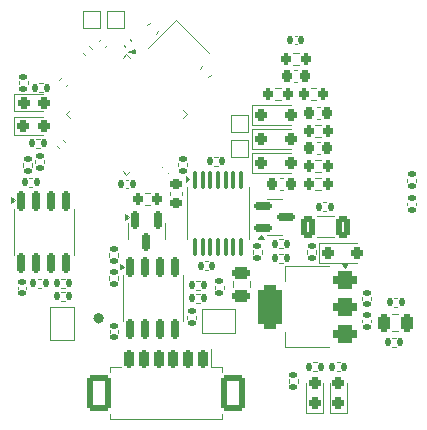
<source format=gbr>
%TF.GenerationSoftware,KiCad,Pcbnew,7.0.11*%
%TF.CreationDate,2024-11-13T01:21:52+09:00*%
%TF.ProjectId,Control,436f6e74-726f-46c2-9e6b-696361645f70,rev?*%
%TF.SameCoordinates,Original*%
%TF.FileFunction,Legend,Bot*%
%TF.FilePolarity,Positive*%
%FSLAX46Y46*%
G04 Gerber Fmt 4.6, Leading zero omitted, Abs format (unit mm)*
G04 Created by KiCad (PCBNEW 7.0.11) date 2024-11-13 01:21:52*
%MOMM*%
%LPD*%
G01*
G04 APERTURE LIST*
G04 Aperture macros list*
%AMRoundRect*
0 Rectangle with rounded corners*
0 $1 Rounding radius*
0 $2 $3 $4 $5 $6 $7 $8 $9 X,Y pos of 4 corners*
0 Add a 4 corners polygon primitive as box body*
4,1,4,$2,$3,$4,$5,$6,$7,$8,$9,$2,$3,0*
0 Add four circle primitives for the rounded corners*
1,1,$1+$1,$2,$3*
1,1,$1+$1,$4,$5*
1,1,$1+$1,$6,$7*
1,1,$1+$1,$8,$9*
0 Add four rect primitives between the rounded corners*
20,1,$1+$1,$2,$3,$4,$5,0*
20,1,$1+$1,$4,$5,$6,$7,0*
20,1,$1+$1,$6,$7,$8,$9,0*
20,1,$1+$1,$8,$9,$2,$3,0*%
%AMRotRect*
0 Rectangle, with rotation*
0 The origin of the aperture is its center*
0 $1 length*
0 $2 width*
0 $3 Rotation angle, in degrees counterclockwise*
0 Add horizontal line*
21,1,$1,$2,0,0,$3*%
%AMFreePoly0*
4,1,6,1.000000,0.000000,0.500000,-0.750000,-0.500000,-0.750000,-0.500000,0.750000,0.500000,0.750000,1.000000,0.000000,1.000000,0.000000,$1*%
%AMFreePoly1*
4,1,6,0.500000,-0.750000,-0.650000,-0.750000,-0.150000,0.000000,-0.650000,0.750000,0.500000,0.750000,0.500000,-0.750000,0.500000,-0.750000,$1*%
G04 Aperture macros list end*
%ADD10C,0.508000*%
%ADD11C,0.120000*%
%ADD12R,1.000000X1.000000*%
%ADD13C,1.000000*%
%ADD14C,1.750000*%
%ADD15C,2.100000*%
%ADD16O,1.000000X1.000000*%
%ADD17RoundRect,0.135000X-0.135000X-0.185000X0.135000X-0.185000X0.135000X0.185000X-0.135000X0.185000X0*%
%ADD18RoundRect,0.200000X0.200000X0.275000X-0.200000X0.275000X-0.200000X-0.275000X0.200000X-0.275000X0*%
%ADD19RoundRect,0.100000X-0.100000X0.637500X-0.100000X-0.637500X0.100000X-0.637500X0.100000X0.637500X0*%
%ADD20RoundRect,0.150000X-0.587500X-0.150000X0.587500X-0.150000X0.587500X0.150000X-0.587500X0.150000X0*%
%ADD21RoundRect,0.135000X-0.185000X0.135000X-0.185000X-0.135000X0.185000X-0.135000X0.185000X0.135000X0*%
%ADD22RoundRect,0.200000X-0.200000X-0.275000X0.200000X-0.275000X0.200000X0.275000X-0.200000X0.275000X0*%
%ADD23RoundRect,0.225000X0.017678X-0.335876X0.335876X-0.017678X-0.017678X0.335876X-0.335876X0.017678X0*%
%ADD24RoundRect,0.140000X-0.140000X-0.170000X0.140000X-0.170000X0.140000X0.170000X-0.140000X0.170000X0*%
%ADD25RoundRect,0.135000X0.185000X-0.135000X0.185000X0.135000X-0.185000X0.135000X-0.185000X-0.135000X0*%
%ADD26RoundRect,0.250000X-0.250000X-0.250000X0.250000X-0.250000X0.250000X0.250000X-0.250000X0.250000X0*%
%ADD27FreePoly0,90.000000*%
%ADD28FreePoly1,90.000000*%
%ADD29RoundRect,0.140000X-0.021213X0.219203X-0.219203X0.021213X0.021213X-0.219203X0.219203X-0.021213X0*%
%ADD30RoundRect,0.140000X-0.170000X0.140000X-0.170000X-0.140000X0.170000X-0.140000X0.170000X0.140000X0*%
%ADD31RoundRect,0.075000X0.415425X0.521491X-0.521491X-0.415425X-0.415425X-0.521491X0.521491X0.415425X0*%
%ADD32RoundRect,0.075000X-0.415425X0.521491X-0.521491X0.415425X0.415425X-0.521491X0.521491X-0.415425X0*%
%ADD33RoundRect,0.140000X0.170000X-0.140000X0.170000X0.140000X-0.170000X0.140000X-0.170000X-0.140000X0*%
%ADD34RoundRect,0.237500X-0.287500X-0.237500X0.287500X-0.237500X0.287500X0.237500X-0.287500X0.237500X0*%
%ADD35RoundRect,0.375000X0.625000X0.375000X-0.625000X0.375000X-0.625000X-0.375000X0.625000X-0.375000X0*%
%ADD36RoundRect,0.500000X0.500000X1.400000X-0.500000X1.400000X-0.500000X-1.400000X0.500000X-1.400000X0*%
%ADD37RoundRect,0.250000X-0.325000X-0.650000X0.325000X-0.650000X0.325000X0.650000X-0.325000X0.650000X0*%
%ADD38RoundRect,0.225000X0.225000X0.250000X-0.225000X0.250000X-0.225000X-0.250000X0.225000X-0.250000X0*%
%ADD39RoundRect,0.135000X0.135000X0.185000X-0.135000X0.185000X-0.135000X-0.185000X0.135000X-0.185000X0*%
%ADD40RoundRect,0.140000X0.140000X0.170000X-0.140000X0.170000X-0.140000X-0.170000X0.140000X-0.170000X0*%
%ADD41RoundRect,0.250000X-0.250000X-0.475000X0.250000X-0.475000X0.250000X0.475000X-0.250000X0.475000X0*%
%ADD42RoundRect,0.250000X0.475000X-0.250000X0.475000X0.250000X-0.475000X0.250000X-0.475000X-0.250000X0*%
%ADD43RoundRect,0.225000X-0.225000X-0.250000X0.225000X-0.250000X0.225000X0.250000X-0.225000X0.250000X0*%
%ADD44RoundRect,0.150000X-0.150000X0.587500X-0.150000X-0.587500X0.150000X-0.587500X0.150000X0.587500X0*%
%ADD45FreePoly0,0.000000*%
%ADD46FreePoly1,0.000000*%
%ADD47RoundRect,0.140000X-0.219203X-0.021213X-0.021213X-0.219203X0.219203X0.021213X0.021213X0.219203X0*%
%ADD48RoundRect,0.135000X0.226274X0.035355X0.035355X0.226274X-0.226274X-0.035355X-0.035355X-0.226274X0*%
%ADD49RoundRect,0.140000X0.219203X0.021213X0.021213X0.219203X-0.219203X-0.021213X-0.021213X-0.219203X0*%
%ADD50RoundRect,0.135000X-0.035355X0.226274X-0.226274X0.035355X0.035355X-0.226274X0.226274X-0.035355X0*%
%ADD51RotRect,1.400000X1.200000X315.000000*%
%ADD52RoundRect,0.150000X-0.150000X0.675000X-0.150000X-0.675000X0.150000X-0.675000X0.150000X0.675000X0*%
%ADD53RoundRect,0.140000X0.021213X-0.219203X0.219203X-0.021213X-0.021213X0.219203X-0.219203X0.021213X0*%
%ADD54RoundRect,0.225000X-0.250000X0.225000X-0.250000X-0.225000X0.250000X-0.225000X0.250000X0.225000X0*%
%ADD55RoundRect,0.237500X0.237500X-0.287500X0.237500X0.287500X-0.237500X0.287500X-0.237500X-0.287500X0*%
%ADD56RoundRect,0.225000X-0.017678X0.335876X-0.335876X0.017678X0.017678X-0.335876X0.335876X-0.017678X0*%
%ADD57RoundRect,0.200000X0.200000X0.600000X-0.200000X0.600000X-0.200000X-0.600000X0.200000X-0.600000X0*%
%ADD58RoundRect,0.250001X0.799999X1.249999X-0.799999X1.249999X-0.799999X-1.249999X0.799999X-1.249999X0*%
G04 APERTURE END LIST*
D10*
%TO.C,J1*%
X7600000Y-26374000D02*
G75*
G03*
X7200000Y-26374000I-200000J0D01*
G01*
X7200000Y-26374000D02*
G75*
G03*
X7600000Y-26374000I200000J0D01*
G01*
D11*
%TO.C,R11*%
X22694640Y-20915901D02*
X23001922Y-20915901D01*
X22694640Y-21675901D02*
X23001922Y-21675901D01*
%TO.C,R17*%
X25837258Y-7922500D02*
X25362742Y-7922500D01*
X25837258Y-6877500D02*
X25362742Y-6877500D01*
%TO.C,U5*%
X20110000Y-17500000D02*
X20110000Y-15300000D01*
X20110000Y-17500000D02*
X20110000Y-19700000D01*
X14890000Y-17500000D02*
X14890000Y-15300000D01*
X14890000Y-17500000D02*
X14890000Y-19700000D01*
X15090000Y-14600000D02*
X14760000Y-14840000D01*
X14760000Y-14360000D01*
X15090000Y-14600000D01*
G36*
X15090000Y-14600000D02*
G01*
X14760000Y-14840000D01*
X14760000Y-14360000D01*
X15090000Y-14600000D01*
G37*
%TO.C,R26*%
X4246359Y-23020000D02*
X4553641Y-23020000D01*
X4246359Y-23780000D02*
X4553641Y-23780000D01*
%TO.C,Q1*%
X22300000Y-16240000D02*
X21650000Y-16240000D01*
X22300000Y-16240000D02*
X22950000Y-16240000D01*
X22300000Y-19360000D02*
X21650000Y-19360000D01*
X22300000Y-19360000D02*
X22950000Y-19360000D01*
X21377500Y-19640000D02*
X20897500Y-19640000D01*
X21137500Y-19310000D01*
X21377500Y-19640000D01*
G36*
X21377500Y-19640000D02*
G01*
X20897500Y-19640000D01*
X21137500Y-19310000D01*
X21377500Y-19640000D01*
G37*
%TO.C,R7*%
X1773586Y-13250400D02*
X1773586Y-13557682D01*
X1013586Y-13250400D02*
X1013586Y-13557682D01*
%TO.C,R19*%
X23862742Y-3877500D02*
X24337258Y-3877500D01*
X23862742Y-4922500D02*
X24337258Y-4922500D01*
%TO.C,R32*%
X17167115Y-12716080D02*
X17474397Y-12716080D01*
X17167115Y-13476080D02*
X17474397Y-13476080D01*
%TO.C,C3*%
X11529970Y-1568781D02*
X11728781Y-1369970D01*
X12251219Y-2290030D02*
X12450030Y-2091219D01*
%TO.C,C24*%
X16446583Y-21549773D02*
X16662255Y-21549773D01*
X16446583Y-22269773D02*
X16662255Y-22269773D01*
%TO.C,R34*%
X26237258Y-15522500D02*
X25762742Y-15522500D01*
X26237258Y-14477500D02*
X25762742Y-14477500D01*
%TO.C,R27*%
X14920000Y-26453641D02*
X14920000Y-26146359D01*
X15680000Y-26453641D02*
X15680000Y-26146359D01*
%TO.C,D11*%
X20390000Y-8350000D02*
X23650000Y-8350000D01*
X20390000Y-10050000D02*
X20390000Y-8350000D01*
X20390000Y-10050000D02*
X23650000Y-10050000D01*
%TO.C,JP1*%
X3289354Y-28188346D02*
X5289354Y-28188346D01*
X5289354Y-28188346D02*
X5289354Y-25388346D01*
X3289354Y-25388346D02*
X3289354Y-28188346D01*
X5289354Y-25388346D02*
X3289354Y-25388346D01*
%TO.C,C2*%
X8118133Y-3224779D02*
X7965630Y-3377282D01*
X7609016Y-2715662D02*
X7456513Y-2868165D01*
%TO.C,C19*%
X9060000Y-27392164D02*
X9060000Y-27607836D01*
X8340000Y-27392164D02*
X8340000Y-27607836D01*
%TO.C,U1*%
X14855311Y-9100000D02*
X14537113Y-8781802D01*
X9750000Y-3994689D02*
X10068198Y-4312887D01*
X14537113Y-9418198D02*
X14855311Y-9100000D01*
X9431802Y-4312887D02*
X9750000Y-3994689D01*
X10068198Y-13887113D02*
X9750000Y-14205311D01*
X4962887Y-8781802D02*
X4644689Y-9100000D01*
X9750000Y-14205311D02*
X9431802Y-13887113D01*
X4644689Y-9100000D02*
X4962887Y-9418198D01*
X10485391Y-3895694D02*
X9912635Y-3803770D01*
X10393467Y-3322938D01*
X10485391Y-3895694D01*
G36*
X10485391Y-3895694D02*
G01*
X9912635Y-3803770D01*
X10393467Y-3322938D01*
X10485391Y-3895694D01*
G37*
%TO.C,C12*%
X29740000Y-26707836D02*
X29740000Y-26492164D01*
X30460000Y-26707836D02*
X30460000Y-26492164D01*
%TO.C,D2*%
X259160Y-7379527D02*
X2719160Y-7379527D01*
X259160Y-8849527D02*
X259160Y-7379527D01*
X2719160Y-8849527D02*
X259160Y-8849527D01*
%TO.C,U2*%
X26950000Y-28810000D02*
X23190000Y-28810000D01*
X26950000Y-21990000D02*
X23190000Y-21990000D01*
X23190000Y-28810000D02*
X23190000Y-27550000D01*
X23190000Y-21990000D02*
X23190000Y-23250000D01*
X28230000Y-22090000D02*
X27990000Y-21760000D01*
X28470000Y-21760000D01*
X28230000Y-22090000D01*
G36*
X28230000Y-22090000D02*
G01*
X27990000Y-21760000D01*
X28470000Y-21760000D01*
X28230000Y-22090000D01*
G37*
%TO.C,C15*%
X25871731Y-17717613D02*
X27294235Y-17717613D01*
X25871731Y-19537613D02*
X27294235Y-19537613D01*
%TO.C,R16*%
X17255403Y-23910878D02*
X17255403Y-23603596D01*
X18015403Y-23910878D02*
X18015403Y-23603596D01*
%TO.C,C23*%
X23040580Y-15510000D02*
X22759420Y-15510000D01*
X23040580Y-14490000D02*
X22759420Y-14490000D01*
%TO.C,R12*%
X22984029Y-20443608D02*
X22676747Y-20443608D01*
X22984029Y-19683608D02*
X22676747Y-19683608D01*
%TO.C,R30*%
X15953641Y-25080000D02*
X15646359Y-25080000D01*
X15953641Y-24320000D02*
X15646359Y-24320000D01*
%TO.C,C7*%
X9919395Y-15377962D02*
X9703723Y-15377962D01*
X9919395Y-14657962D02*
X9703723Y-14657962D01*
%TO.C,D10*%
X20390000Y-10350000D02*
X23650000Y-10350000D01*
X20390000Y-12050000D02*
X20390000Y-10350000D01*
X20390000Y-12050000D02*
X23650000Y-12050000D01*
%TO.C,R28*%
X15646359Y-23220000D02*
X15953641Y-23220000D01*
X15646359Y-23980000D02*
X15953641Y-23980000D01*
%TO.C,R5*%
X2141873Y-11162848D02*
X2449155Y-11162848D01*
X2141873Y-11922848D02*
X2449155Y-11922848D01*
%TO.C,C17*%
X32264544Y-26016141D02*
X32787048Y-26016141D01*
X32264544Y-27486141D02*
X32787048Y-27486141D01*
%TO.C,R24*%
X9059569Y-20852433D02*
X9059569Y-21159715D01*
X8299569Y-20852433D02*
X8299569Y-21159715D01*
%TO.C,R13*%
X32391248Y-24650930D02*
X32698530Y-24650930D01*
X32391248Y-25410930D02*
X32698530Y-25410930D01*
%TO.C,R36*%
X26237258Y-11022500D02*
X25762742Y-11022500D01*
X26237258Y-9977500D02*
X25762742Y-9977500D01*
%TO.C,D3*%
X250260Y-9350648D02*
X2710260Y-9350648D01*
X250260Y-10820648D02*
X250260Y-9350648D01*
X2710260Y-10820648D02*
X250260Y-10820648D01*
%TO.C,R18*%
X22837258Y-7922500D02*
X22362742Y-7922500D01*
X22837258Y-6877500D02*
X22362742Y-6877500D01*
%TO.C,TP1*%
X7485121Y-1774264D02*
X7485121Y-374264D01*
X7485121Y-374264D02*
X6085121Y-374264D01*
X6085121Y-1774264D02*
X7485121Y-1774264D01*
X6085121Y-374264D02*
X6085121Y-1774264D01*
%TO.C,R20*%
X27853641Y-30880000D02*
X27546359Y-30880000D01*
X27853641Y-30120000D02*
X27546359Y-30120000D01*
%TO.C,R6*%
X1402440Y-6268419D02*
X1402440Y-6575701D01*
X642440Y-6268419D02*
X642440Y-6575701D01*
%TO.C,R4*%
X2378136Y-6478781D02*
X2685418Y-6478781D01*
X2378136Y-7238781D02*
X2685418Y-7238781D01*
%TO.C,C18*%
X18765000Y-23761252D02*
X18765000Y-23238748D01*
X20235000Y-23761252D02*
X20235000Y-23238748D01*
%TO.C,C22*%
X25859420Y-11490000D02*
X26140580Y-11490000D01*
X25859420Y-12510000D02*
X26140580Y-12510000D01*
%TO.C,TP3*%
X20014310Y-10582150D02*
X20014310Y-9182150D01*
X20014310Y-9182150D02*
X18614310Y-9182150D01*
X18614310Y-10582150D02*
X20014310Y-10582150D01*
X18614310Y-9182150D02*
X18614310Y-10582150D01*
%TO.C,R10*%
X21227497Y-20616424D02*
X21227497Y-20923706D01*
X20467497Y-20616424D02*
X20467497Y-20923706D01*
%TO.C,Q3*%
X13016000Y-18980000D02*
X13016000Y-18330000D01*
X13016000Y-18980000D02*
X13016000Y-19630000D01*
X9896000Y-18980000D02*
X9896000Y-18330000D01*
X9896000Y-18980000D02*
X9896000Y-19630000D01*
X9946000Y-17817500D02*
X9616000Y-18057500D01*
X9616000Y-17577500D01*
X9946000Y-17817500D01*
G36*
X9946000Y-17817500D02*
G01*
X9616000Y-18057500D01*
X9616000Y-17577500D01*
X9946000Y-17817500D01*
G37*
%TO.C,R29*%
X4246359Y-24120000D02*
X4553641Y-24120000D01*
X4246359Y-24880000D02*
X4553641Y-24880000D01*
%TO.C,JP2*%
X16175000Y-25600000D02*
X16175000Y-27600000D01*
X16175000Y-27600000D02*
X18975000Y-27600000D01*
X18975000Y-25600000D02*
X16175000Y-25600000D01*
X18975000Y-27600000D02*
X18975000Y-25600000D01*
%TO.C,C5*%
X4378307Y-11269190D02*
X4530810Y-11421693D01*
X3869190Y-11778307D02*
X4021693Y-11930810D01*
%TO.C,C25*%
X34260000Y-16592164D02*
X34260000Y-16807836D01*
X33540000Y-16592164D02*
X33540000Y-16807836D01*
%TO.C,R1*%
X6280333Y-4102471D02*
X6063052Y-3885190D01*
X6817734Y-3565070D02*
X6600453Y-3347789D01*
%TO.C,R21*%
X25853642Y-30880000D02*
X25546360Y-30880000D01*
X25853642Y-30120000D02*
X25546360Y-30120000D01*
%TO.C,TP2*%
X20015915Y-12687012D02*
X20015915Y-11287012D01*
X20015915Y-11287012D02*
X18615915Y-11287012D01*
X18615915Y-12687012D02*
X20015915Y-12687012D01*
X18615915Y-11287012D02*
X18615915Y-12687012D01*
%TO.C,C21*%
X25859420Y-8490000D02*
X26140580Y-8490000D01*
X25859420Y-9510000D02*
X26140580Y-9510000D01*
%TO.C,C8*%
X23992164Y-2440000D02*
X24207836Y-2440000D01*
X23992164Y-3160000D02*
X24207836Y-3160000D01*
%TO.C,R2*%
X8318293Y-23147692D02*
X8318293Y-22840410D01*
X9078293Y-23147692D02*
X9078293Y-22840410D01*
%TO.C,C16*%
X23959420Y-5390000D02*
X24240580Y-5390000D01*
X23959420Y-6410000D02*
X24240580Y-6410000D01*
%TO.C,R3*%
X14897000Y-13211359D02*
X14897000Y-13518641D01*
X14137000Y-13211359D02*
X14137000Y-13518641D01*
%TO.C,C1*%
X9676718Y-3403245D02*
X9524215Y-3250742D01*
X10185835Y-2894128D02*
X10033332Y-2741625D01*
%TO.C,R9*%
X25827948Y-20637524D02*
X25827948Y-20944806D01*
X25067948Y-20637524D02*
X25067948Y-20944806D01*
%TO.C,R31*%
X4834911Y-6507938D02*
X4617630Y-6725219D01*
X4297510Y-5970537D02*
X4080229Y-6187818D01*
%TO.C,R23*%
X1797906Y-15247059D02*
X1490624Y-15247059D01*
X1797906Y-14487059D02*
X1490624Y-14487059D01*
%TO.C,Y1*%
X13932513Y-1129060D02*
X16760940Y-3957487D01*
X11599060Y-3462513D02*
X13932513Y-1129060D01*
%TO.C,R22*%
X11290831Y-15753559D02*
X11765347Y-15753559D01*
X11290831Y-16798559D02*
X11765347Y-16798559D01*
%TO.C,R15*%
X26379548Y-16541968D02*
X26686830Y-16541968D01*
X26379548Y-17301968D02*
X26686830Y-17301968D01*
%TO.C,R14*%
X32553641Y-28780000D02*
X32246359Y-28780000D01*
X32553641Y-28020000D02*
X32246359Y-28020000D01*
%TO.C,TP4*%
X9534022Y-1771221D02*
X9534022Y-371221D01*
X9534022Y-371221D02*
X8134022Y-371221D01*
X8134022Y-1771221D02*
X9534022Y-1771221D01*
X8134022Y-371221D02*
X8134022Y-1771221D01*
%TO.C,U3*%
X5330446Y-19085504D02*
X5330446Y-17135504D01*
X5330446Y-19085504D02*
X5330446Y-21035504D01*
X210446Y-19085504D02*
X210446Y-17135504D01*
X210446Y-19085504D02*
X210446Y-21035504D01*
X305446Y-16385504D02*
X-24554Y-16625504D01*
X-24554Y-16145504D01*
X305446Y-16385504D01*
G36*
X305446Y-16385504D02*
G01*
X-24554Y-16625504D01*
X-24554Y-16145504D01*
X305446Y-16385504D01*
G37*
%TO.C,C13*%
X29740000Y-24807836D02*
X29740000Y-24592164D01*
X30460000Y-24807836D02*
X30460000Y-24592164D01*
%TO.C,D9*%
X20390000Y-12350000D02*
X23650000Y-12350000D01*
X20390000Y-14050000D02*
X20390000Y-12350000D01*
X20390000Y-14050000D02*
X23650000Y-14050000D01*
%TO.C,C20*%
X1260000Y-23692164D02*
X1260000Y-23907836D01*
X540000Y-23692164D02*
X540000Y-23907836D01*
%TO.C,R8*%
X24280000Y-31546359D02*
X24280000Y-31853641D01*
X23520000Y-31546359D02*
X23520000Y-31853641D01*
%TO.C,R35*%
X26237258Y-14022500D02*
X25762742Y-14022500D01*
X26237258Y-12977500D02*
X25762742Y-12977500D01*
%TO.C,C6*%
X12740190Y-13609693D02*
X12892693Y-13457190D01*
X13249307Y-14118810D02*
X13401810Y-13966307D01*
%TO.C,C9*%
X14460000Y-15682420D02*
X14460000Y-15963580D01*
X13440000Y-15682420D02*
X13440000Y-15963580D01*
%TO.C,R25*%
X2246359Y-23020000D02*
X2553641Y-23020000D01*
X2246359Y-23780000D02*
X2553641Y-23780000D01*
%TO.C,R37*%
X33520000Y-14853641D02*
X33520000Y-14546359D01*
X34280000Y-14853641D02*
X34280000Y-14546359D01*
%TO.C,D7*%
X26965001Y-34360000D02*
X26965001Y-31900000D01*
X28435001Y-34360000D02*
X26965001Y-34360000D01*
X28435001Y-31900000D02*
X28435001Y-34360000D01*
%TO.C,R33*%
X2059112Y-13266723D02*
X2059112Y-12959441D01*
X2819112Y-13266723D02*
X2819112Y-12959441D01*
%TO.C,D8*%
X24965000Y-34360000D02*
X24965000Y-31900000D01*
X26435000Y-34360000D02*
X24965000Y-34360000D01*
X26435000Y-31900000D02*
X26435000Y-34360000D01*
%TO.C,C4*%
X16890030Y-5761219D02*
X16691219Y-5960030D01*
X16168781Y-5039970D02*
X15969970Y-5238781D01*
%TO.C,J3*%
X17835000Y-34910000D02*
X8365000Y-34910000D01*
X17835000Y-34460000D02*
X17835000Y-34910000D01*
X17835000Y-30940000D02*
X17835000Y-30490000D01*
X17835000Y-30490000D02*
X16885000Y-30490000D01*
X16885000Y-30490000D02*
X16885000Y-29000000D01*
X8365000Y-34910000D02*
X8365000Y-34460000D01*
X8365000Y-30940000D02*
X8365000Y-30490000D01*
X8365000Y-30490000D02*
X9315000Y-30490000D01*
%TO.C,U4*%
X14560000Y-24700000D02*
X14560000Y-22750000D01*
X14560000Y-24700000D02*
X14560000Y-26650000D01*
X9440000Y-24700000D02*
X9440000Y-22750000D01*
X9440000Y-24700000D02*
X9440000Y-26650000D01*
X9535000Y-22000000D02*
X9205000Y-22240000D01*
X9205000Y-21760000D01*
X9535000Y-22000000D01*
G36*
X9535000Y-22000000D02*
G01*
X9205000Y-22240000D01*
X9205000Y-21760000D01*
X9535000Y-22000000D01*
G37*
%TO.C,D4*%
X26034085Y-19970723D02*
X29294085Y-19970723D01*
X26034085Y-21670723D02*
X26034085Y-19970723D01*
X26034085Y-21670723D02*
X29294085Y-21670723D01*
%TD*%
%LPC*%
D12*
%TO.C,J1*%
X7400000Y-24810000D03*
D13*
X6130000Y-24810000D03*
X7400000Y-23540000D03*
X6130000Y-23540000D03*
X7400000Y-22270000D03*
X6130000Y-22270000D03*
X7400000Y-21000000D03*
X6130000Y-21000000D03*
X7400000Y-19730000D03*
X6130000Y-19730000D03*
X7400000Y-18460000D03*
X6130000Y-18460000D03*
X7400000Y-17190000D03*
X6130000Y-17190000D03*
%TD*%
D14*
%TO.C,SW1*%
X21825000Y-2812500D03*
X26325000Y-2812500D03*
D15*
X20575000Y-5302500D03*
X27585000Y-5302500D03*
%TD*%
D12*
%TO.C,J2*%
X31375000Y-7175000D03*
D16*
X32645000Y-7175000D03*
X31375000Y-8445000D03*
X32645000Y-8445000D03*
X31375000Y-9715000D03*
X32645000Y-9715000D03*
X31375000Y-10985000D03*
X32645000Y-10985000D03*
X31375000Y-12255000D03*
X32645000Y-12255000D03*
X31375000Y-13525000D03*
X32645000Y-13525000D03*
X31375000Y-14795000D03*
X32645000Y-14795000D03*
X31375000Y-16065000D03*
X32645000Y-16065000D03*
X31375000Y-17335000D03*
X32645000Y-17335000D03*
X31375000Y-18605000D03*
X32645000Y-18605000D03*
X31375000Y-19875000D03*
X32645000Y-19875000D03*
X31375000Y-21145000D03*
X32645000Y-21145000D03*
X31375000Y-22415000D03*
X32645000Y-22415000D03*
%TD*%
D17*
%TO.C,R11*%
X22338281Y-21295901D03*
X23358281Y-21295901D03*
%TD*%
D18*
%TO.C,R17*%
X26425000Y-7400000D03*
X24775000Y-7400000D03*
%TD*%
D19*
%TO.C,U5*%
X15550000Y-14637500D03*
X16200000Y-14637500D03*
X16850000Y-14637500D03*
X17500000Y-14637500D03*
X18150000Y-14637500D03*
X18800000Y-14637500D03*
X19450000Y-14637500D03*
X19450000Y-20362500D03*
X18800000Y-20362500D03*
X18150000Y-20362500D03*
X17500000Y-20362500D03*
X16850000Y-20362500D03*
X16200000Y-20362500D03*
X15550000Y-20362500D03*
%TD*%
D17*
%TO.C,R26*%
X3890000Y-23400000D03*
X4910000Y-23400000D03*
%TD*%
D20*
%TO.C,Q1*%
X21362500Y-18750000D03*
X21362500Y-16850000D03*
X23237500Y-17800000D03*
%TD*%
D21*
%TO.C,R7*%
X1393586Y-12894041D03*
X1393586Y-13914041D03*
%TD*%
D22*
%TO.C,R19*%
X23275000Y-4400000D03*
X24925000Y-4400000D03*
%TD*%
D17*
%TO.C,R32*%
X16810756Y-13096080D03*
X17830756Y-13096080D03*
%TD*%
D23*
%TO.C,C3*%
X11441992Y-2378008D03*
X12538008Y-1281992D03*
%TD*%
D24*
%TO.C,C24*%
X16074419Y-21909773D03*
X17034419Y-21909773D03*
%TD*%
D18*
%TO.C,R34*%
X26825000Y-15000000D03*
X25175000Y-15000000D03*
%TD*%
D25*
%TO.C,R27*%
X15300000Y-26810000D03*
X15300000Y-25790000D03*
%TD*%
D26*
%TO.C,D11*%
X21150000Y-9200000D03*
X23650000Y-9200000D03*
%TD*%
D27*
%TO.C,JP1*%
X4289354Y-27513346D03*
D28*
X4289354Y-26063346D03*
%TD*%
D29*
%TO.C,C2*%
X8126734Y-2707061D03*
X7447912Y-3385883D03*
%TD*%
D30*
%TO.C,C19*%
X8700000Y-27020000D03*
X8700000Y-27980000D03*
%TD*%
D31*
%TO.C,U1*%
X10748788Y-4212124D03*
X11102342Y-4565678D03*
X11455895Y-4919231D03*
X11809449Y-5272785D03*
X12163002Y-5626338D03*
X12516555Y-5979891D03*
X12870109Y-6333445D03*
X13223662Y-6686998D03*
X13577215Y-7040551D03*
X13930769Y-7394105D03*
X14284322Y-7747658D03*
X14637876Y-8101212D03*
D32*
X14637876Y-10098788D03*
X14284322Y-10452342D03*
X13930769Y-10805895D03*
X13577215Y-11159449D03*
X13223662Y-11513002D03*
X12870109Y-11866555D03*
X12516555Y-12220109D03*
X12163002Y-12573662D03*
X11809449Y-12927215D03*
X11455895Y-13280769D03*
X11102342Y-13634322D03*
X10748788Y-13987876D03*
D31*
X8751212Y-13987876D03*
X8397658Y-13634322D03*
X8044105Y-13280769D03*
X7690551Y-12927215D03*
X7336998Y-12573662D03*
X6983445Y-12220109D03*
X6629891Y-11866555D03*
X6276338Y-11513002D03*
X5922785Y-11159449D03*
X5569231Y-10805895D03*
X5215678Y-10452342D03*
X4862124Y-10098788D03*
D32*
X4862124Y-8101212D03*
X5215678Y-7747658D03*
X5569231Y-7394105D03*
X5922785Y-7040551D03*
X6276338Y-6686998D03*
X6629891Y-6333445D03*
X6983445Y-5979891D03*
X7336998Y-5626338D03*
X7690551Y-5272785D03*
X8044105Y-4919231D03*
X8397658Y-4565678D03*
X8751212Y-4212124D03*
%TD*%
D33*
%TO.C,C12*%
X30100000Y-27080000D03*
X30100000Y-26120000D03*
%TD*%
D34*
%TO.C,D2*%
X1044160Y-8114527D03*
X2794160Y-8114527D03*
%TD*%
D35*
%TO.C,U2*%
X28250000Y-23100000D03*
X28250000Y-25400000D03*
D36*
X21950000Y-25400000D03*
D35*
X28250000Y-27700000D03*
%TD*%
D37*
%TO.C,C15*%
X25107983Y-18627613D03*
X28057983Y-18627613D03*
%TD*%
D25*
%TO.C,R16*%
X17635403Y-24267237D03*
X17635403Y-23247237D03*
%TD*%
D38*
%TO.C,C23*%
X23675000Y-15000000D03*
X22125000Y-15000000D03*
%TD*%
D39*
%TO.C,R12*%
X23340388Y-20063608D03*
X22320388Y-20063608D03*
%TD*%
%TO.C,R30*%
X16310000Y-24700000D03*
X15290000Y-24700000D03*
%TD*%
D40*
%TO.C,C7*%
X10291559Y-15017962D03*
X9331559Y-15017962D03*
%TD*%
D26*
%TO.C,D10*%
X21150000Y-11200000D03*
X23650000Y-11200000D03*
%TD*%
D17*
%TO.C,R28*%
X15290000Y-23600000D03*
X16310000Y-23600000D03*
%TD*%
%TO.C,R5*%
X1785514Y-11542848D03*
X2805514Y-11542848D03*
%TD*%
D41*
%TO.C,C17*%
X31575796Y-26751141D03*
X33475796Y-26751141D03*
%TD*%
D21*
%TO.C,R24*%
X8679569Y-20496074D03*
X8679569Y-21516074D03*
%TD*%
D17*
%TO.C,R13*%
X32034889Y-25030930D03*
X33054889Y-25030930D03*
%TD*%
D18*
%TO.C,R36*%
X26825000Y-10500000D03*
X25175000Y-10500000D03*
%TD*%
D34*
%TO.C,D3*%
X1035260Y-10085648D03*
X2785260Y-10085648D03*
%TD*%
D18*
%TO.C,R18*%
X23425000Y-7400000D03*
X21775000Y-7400000D03*
%TD*%
D12*
%TO.C,TP1*%
X6785121Y-1074264D03*
%TD*%
D39*
%TO.C,R20*%
X28210000Y-30500000D03*
X27190000Y-30500000D03*
%TD*%
D21*
%TO.C,R6*%
X1022440Y-5912060D03*
X1022440Y-6932060D03*
%TD*%
D17*
%TO.C,R4*%
X2021777Y-6858781D03*
X3041777Y-6858781D03*
%TD*%
D42*
%TO.C,C18*%
X19500000Y-24450000D03*
X19500000Y-22550000D03*
%TD*%
D43*
%TO.C,C22*%
X25225000Y-12000000D03*
X26775000Y-12000000D03*
%TD*%
D12*
%TO.C,TP3*%
X19314310Y-9882150D03*
%TD*%
D21*
%TO.C,R10*%
X20847497Y-20260065D03*
X20847497Y-21280065D03*
%TD*%
D44*
%TO.C,Q3*%
X10506000Y-18042500D03*
X12406000Y-18042500D03*
X11456000Y-19917500D03*
%TD*%
D17*
%TO.C,R29*%
X3890000Y-24500000D03*
X4910000Y-24500000D03*
%TD*%
D45*
%TO.C,JP2*%
X16850000Y-26600000D03*
D46*
X18300000Y-26600000D03*
%TD*%
D47*
%TO.C,C5*%
X3860589Y-11260589D03*
X4539411Y-11939411D03*
%TD*%
D30*
%TO.C,C25*%
X33900000Y-16220000D03*
X33900000Y-17180000D03*
%TD*%
D48*
%TO.C,R1*%
X6801017Y-4085754D03*
X6079769Y-3364506D03*
%TD*%
D39*
%TO.C,R21*%
X26210001Y-30500000D03*
X25190001Y-30500000D03*
%TD*%
D12*
%TO.C,TP2*%
X19315915Y-11987012D03*
%TD*%
D43*
%TO.C,C21*%
X25225000Y-9000000D03*
X26775000Y-9000000D03*
%TD*%
D24*
%TO.C,C8*%
X23620000Y-2800000D03*
X24580000Y-2800000D03*
%TD*%
D25*
%TO.C,R2*%
X8698293Y-23504051D03*
X8698293Y-22484051D03*
%TD*%
D43*
%TO.C,C16*%
X23325000Y-5900000D03*
X24875000Y-5900000D03*
%TD*%
D21*
%TO.C,R3*%
X14517000Y-12855000D03*
X14517000Y-13875000D03*
%TD*%
D49*
%TO.C,C1*%
X10194436Y-3411846D03*
X9515614Y-2733024D03*
%TD*%
D21*
%TO.C,R9*%
X25447948Y-20281165D03*
X25447948Y-21301165D03*
%TD*%
D50*
%TO.C,R31*%
X4818194Y-5987254D03*
X4096946Y-6708502D03*
%TD*%
D39*
%TO.C,R23*%
X2154265Y-14867059D03*
X1134265Y-14867059D03*
%TD*%
D51*
%TO.C,Y1*%
X14003223Y-2331142D03*
X15558858Y-3886777D03*
X14356777Y-5088858D03*
X12801142Y-3533223D03*
%TD*%
D22*
%TO.C,R22*%
X10703089Y-16276059D03*
X12353089Y-16276059D03*
%TD*%
D17*
%TO.C,R15*%
X26023189Y-16921968D03*
X27043189Y-16921968D03*
%TD*%
D39*
%TO.C,R14*%
X32910000Y-28400000D03*
X31890000Y-28400000D03*
%TD*%
D12*
%TO.C,TP4*%
X8834022Y-1071221D03*
%TD*%
D52*
%TO.C,U3*%
X865446Y-16460504D03*
X2135446Y-16460504D03*
X3405446Y-16460504D03*
X4675446Y-16460504D03*
X4675446Y-21710504D03*
X3405446Y-21710504D03*
X2135446Y-21710504D03*
X865446Y-21710504D03*
%TD*%
D33*
%TO.C,C13*%
X30100000Y-25180000D03*
X30100000Y-24220000D03*
%TD*%
D26*
%TO.C,D9*%
X21150000Y-13200000D03*
X23650000Y-13200000D03*
%TD*%
D30*
%TO.C,C20*%
X900000Y-23320000D03*
X900000Y-24280000D03*
%TD*%
D21*
%TO.C,R8*%
X23900000Y-31190000D03*
X23900000Y-32210000D03*
%TD*%
D18*
%TO.C,R35*%
X26825000Y-13500000D03*
X25175000Y-13500000D03*
%TD*%
D53*
%TO.C,C6*%
X12731589Y-14127411D03*
X13410411Y-13448589D03*
%TD*%
D54*
%TO.C,C9*%
X13950000Y-15048000D03*
X13950000Y-16598000D03*
%TD*%
D17*
%TO.C,R25*%
X1890000Y-23400000D03*
X2910000Y-23400000D03*
%TD*%
D25*
%TO.C,R37*%
X33900000Y-15210000D03*
X33900000Y-14190000D03*
%TD*%
D55*
%TO.C,D7*%
X27700001Y-33575000D03*
X27700001Y-31825000D03*
%TD*%
D25*
%TO.C,R33*%
X2439112Y-13623082D03*
X2439112Y-12603082D03*
%TD*%
D55*
%TO.C,D8*%
X25700000Y-33575000D03*
X25700000Y-31825000D03*
%TD*%
D56*
%TO.C,C4*%
X16978008Y-4951992D03*
X15881992Y-6048008D03*
%TD*%
D57*
%TO.C,J3*%
X16225000Y-29800000D03*
X14975000Y-29800000D03*
X13725000Y-29800000D03*
X12475000Y-29800000D03*
X11225000Y-29800000D03*
X9975000Y-29800000D03*
D58*
X18775000Y-32700000D03*
X7425000Y-32700000D03*
%TD*%
D52*
%TO.C,U4*%
X10095000Y-22075000D03*
X11365000Y-22075000D03*
X12635000Y-22075000D03*
X13905000Y-22075000D03*
X13905000Y-27325000D03*
X12635000Y-27325000D03*
X11365000Y-27325000D03*
X10095000Y-27325000D03*
%TD*%
D26*
%TO.C,D4*%
X26794085Y-20820723D03*
X29294085Y-20820723D03*
%TD*%
%LPD*%
M02*

</source>
